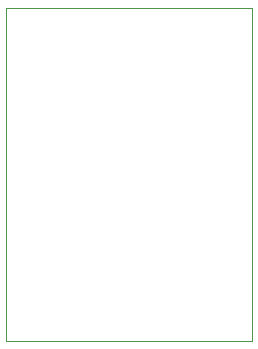
<source format=gko>
G04 #@! TF.FileFunction,Profile,NP*
%FSLAX46Y46*%
G04 Gerber Fmt 4.6, Leading zero omitted, Abs format (unit mm)*
G04 Created by KiCad (PCBNEW 4.0.4+dfsg1-stable) date Thu Sep  7 20:27:26 2017*
%MOMM*%
%LPD*%
G01*
G04 APERTURE LIST*
%ADD10C,0.100000*%
%ADD11C,0.001000*%
G04 APERTURE END LIST*
D10*
D11*
X146304000Y-149098000D02*
X146304000Y-120967500D01*
X146304000Y-120967500D02*
X125476000Y-120967500D01*
X125476000Y-149098000D02*
X146304000Y-149098000D01*
X125476000Y-120967500D02*
X125476000Y-149098000D01*
M02*

</source>
